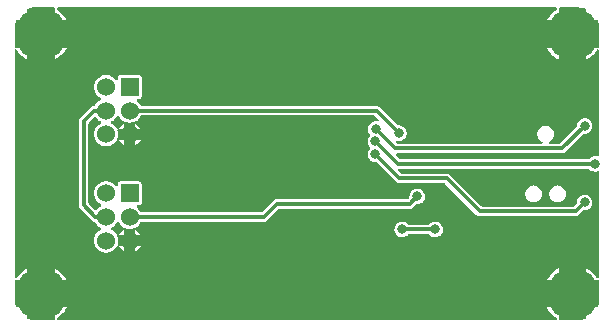
<source format=gbl>
G04 Layer: BottomLayer*
G04 EasyEDA v6.4.25, 2021-10-07T01:57:40+02:00*
G04 74d54719dcbb48859515a23e3f46d2e4,21b141c4020943fdbba11dee5124b23b,10*
G04 Gerber Generator version 0.2*
G04 Scale: 100 percent, Rotated: No, Reflected: No *
G04 Dimensions in millimeters *
G04 leading zeros omitted , absolute positions ,4 integer and 5 decimal *
%FSLAX45Y45*%
%MOMM*%

%ADD15C,0.3000*%
%ADD16C,0.8000*%
%ADD29R,1.5240X1.5240*%
%ADD30C,1.5240*%
%ADD31C,4.4000*%

%LPD*%
G36*
X200863Y-2674112D02*
G01*
X182422Y-2673146D01*
X165557Y-2670606D01*
X148996Y-2666390D01*
X140411Y-2663291D01*
X136855Y-2661158D01*
X134467Y-2657805D01*
X133654Y-2653741D01*
X133654Y-2566365D01*
X46228Y-2566365D01*
X42214Y-2565501D01*
X38811Y-2563114D01*
X36677Y-2559608D01*
X33324Y-2550058D01*
X29209Y-2533446D01*
X26771Y-2516581D01*
X25908Y-2499156D01*
X25908Y-2343810D01*
X26670Y-2339898D01*
X28905Y-2336647D01*
X32156Y-2334412D01*
X36068Y-2333650D01*
X133654Y-2333650D01*
X133654Y-2233625D01*
X120802Y-2240788D01*
X102819Y-2252980D01*
X86004Y-2266797D01*
X70459Y-2281986D01*
X56286Y-2298496D01*
X44348Y-2315311D01*
X41198Y-2318156D01*
X37185Y-2319477D01*
X32969Y-2319070D01*
X29311Y-2316988D01*
X26771Y-2313533D01*
X25908Y-2309418D01*
X25908Y-390601D01*
X26771Y-386435D01*
X29311Y-383032D01*
X32969Y-380949D01*
X37185Y-380492D01*
X41198Y-381863D01*
X44348Y-384708D01*
X56286Y-401472D01*
X70459Y-418033D01*
X86004Y-433222D01*
X102819Y-446989D01*
X120802Y-459232D01*
X133654Y-466394D01*
X133654Y-366369D01*
X36068Y-366369D01*
X32156Y-365556D01*
X28905Y-363372D01*
X26670Y-360070D01*
X25908Y-356209D01*
X25908Y-200863D01*
X26873Y-182422D01*
X29413Y-165557D01*
X33578Y-148996D01*
X36677Y-140411D01*
X38811Y-136855D01*
X42214Y-134467D01*
X46228Y-133654D01*
X133654Y-133654D01*
X133654Y-46228D01*
X134467Y-42214D01*
X136855Y-38811D01*
X140411Y-36677D01*
X149961Y-33324D01*
X166522Y-29209D01*
X183438Y-26771D01*
X200863Y-25908D01*
X356209Y-25908D01*
X360070Y-26670D01*
X363372Y-28905D01*
X365556Y-32156D01*
X366369Y-36068D01*
X366369Y-133654D01*
X466343Y-133654D01*
X462026Y-125476D01*
X450189Y-107238D01*
X436829Y-90119D01*
X421944Y-74218D01*
X405739Y-59690D01*
X388315Y-46685D01*
X385114Y-44704D01*
X381965Y-41706D01*
X380390Y-37642D01*
X380695Y-33274D01*
X382727Y-29464D01*
X386181Y-26822D01*
X390448Y-25908D01*
X4609642Y-25908D01*
X4613859Y-26822D01*
X4617262Y-29362D01*
X4619396Y-33070D01*
X4619752Y-37338D01*
X4618329Y-41351D01*
X4615383Y-44450D01*
X4602835Y-52984D01*
X4586020Y-66802D01*
X4570476Y-81991D01*
X4556302Y-98501D01*
X4543653Y-116230D01*
X4533442Y-133654D01*
X4633671Y-133654D01*
X4633671Y-36068D01*
X4634433Y-32156D01*
X4636617Y-28905D01*
X4639919Y-26670D01*
X4643831Y-25908D01*
X4799126Y-25908D01*
X4817567Y-26873D01*
X4834432Y-29413D01*
X4850993Y-33578D01*
X4859629Y-36677D01*
X4863134Y-38811D01*
X4865522Y-42214D01*
X4866335Y-46228D01*
X4866335Y-133654D01*
X4953762Y-133654D01*
X4957775Y-134467D01*
X4961178Y-136855D01*
X4963312Y-140411D01*
X4966665Y-149961D01*
X4970780Y-166522D01*
X4973269Y-183438D01*
X4974082Y-200761D01*
X4974082Y-356209D01*
X4973320Y-360070D01*
X4971084Y-363372D01*
X4967833Y-365556D01*
X4963922Y-366369D01*
X4866335Y-366369D01*
X4866335Y-466445D01*
X4869789Y-464718D01*
X4888280Y-453339D01*
X4905756Y-440283D01*
X4921961Y-425805D01*
X4936794Y-409905D01*
X4950206Y-392785D01*
X4955387Y-384759D01*
X4958435Y-381711D01*
X4962499Y-380238D01*
X4966817Y-380542D01*
X4970576Y-382625D01*
X4973167Y-386080D01*
X4974082Y-390296D01*
X4974082Y-1277975D01*
X4973320Y-1281836D01*
X4971186Y-1285087D01*
X4967986Y-1287272D01*
X4964176Y-1288135D01*
X4960315Y-1287475D01*
X4958334Y-1286713D01*
X4947920Y-1284630D01*
X4937353Y-1284173D01*
X4926838Y-1285443D01*
X4916627Y-1288389D01*
X4907076Y-1292961D01*
X4898339Y-1298956D01*
X4890719Y-1306271D01*
X4887518Y-1308354D01*
X4883708Y-1309116D01*
X3291179Y-1309116D01*
X3287268Y-1308354D01*
X3283965Y-1306118D01*
X3256127Y-1278229D01*
X3253892Y-1274978D01*
X3253130Y-1271066D01*
X3253892Y-1267155D01*
X3256127Y-1263904D01*
X3259378Y-1261668D01*
X3263290Y-1260906D01*
X4659579Y-1260906D01*
X4668062Y-1260094D01*
X4675733Y-1257757D01*
X4682794Y-1253998D01*
X4689398Y-1248562D01*
X4840528Y-1097432D01*
X4843678Y-1095298D01*
X4847386Y-1094486D01*
X4859375Y-1094079D01*
X4869738Y-1091996D01*
X4879644Y-1088237D01*
X4888839Y-1082903D01*
X4897018Y-1076198D01*
X4904079Y-1068273D01*
X4909718Y-1059332D01*
X4913884Y-1049578D01*
X4916424Y-1039266D01*
X4917287Y-1028700D01*
X4916424Y-1018133D01*
X4913884Y-1007821D01*
X4909718Y-998067D01*
X4904079Y-989126D01*
X4897018Y-981202D01*
X4888839Y-974496D01*
X4879644Y-969162D01*
X4869738Y-965403D01*
X4859324Y-963320D01*
X4848758Y-962863D01*
X4838242Y-964133D01*
X4828032Y-967130D01*
X4818481Y-971651D01*
X4809744Y-977696D01*
X4802073Y-985012D01*
X4795723Y-993495D01*
X4790795Y-1002893D01*
X4787442Y-1012952D01*
X4785715Y-1023416D01*
X4785715Y-1032306D01*
X4784953Y-1036167D01*
X4782769Y-1039469D01*
X4646117Y-1176121D01*
X4642815Y-1178306D01*
X4638954Y-1179068D01*
X4556353Y-1179068D01*
X4552442Y-1178306D01*
X4549140Y-1176121D01*
X4546955Y-1172819D01*
X4546193Y-1168908D01*
X4546955Y-1165047D01*
X4549140Y-1161745D01*
X4562856Y-1153363D01*
X4571339Y-1146098D01*
X4578553Y-1137666D01*
X4584344Y-1128166D01*
X4588611Y-1117904D01*
X4591202Y-1107084D01*
X4592066Y-1096010D01*
X4591202Y-1084935D01*
X4588611Y-1074115D01*
X4584344Y-1063802D01*
X4578553Y-1054354D01*
X4571339Y-1045870D01*
X4562856Y-1038656D01*
X4553356Y-1032865D01*
X4543094Y-1028598D01*
X4532274Y-1026007D01*
X4521200Y-1025093D01*
X4510125Y-1026007D01*
X4499305Y-1028598D01*
X4489043Y-1032865D01*
X4479544Y-1038656D01*
X4471060Y-1045870D01*
X4463846Y-1054354D01*
X4458055Y-1063802D01*
X4453788Y-1074115D01*
X4451197Y-1084935D01*
X4450334Y-1096010D01*
X4451197Y-1107084D01*
X4453788Y-1117904D01*
X4458055Y-1128166D01*
X4463846Y-1137666D01*
X4471060Y-1146098D01*
X4479544Y-1153363D01*
X4493260Y-1161745D01*
X4495444Y-1165047D01*
X4496206Y-1168908D01*
X4495444Y-1172819D01*
X4493260Y-1176121D01*
X4489958Y-1178306D01*
X4486046Y-1179068D01*
X3268319Y-1179068D01*
X3264458Y-1178306D01*
X3261156Y-1176121D01*
X3256381Y-1171346D01*
X3253994Y-1167587D01*
X3253435Y-1163218D01*
X3254806Y-1159002D01*
X3257854Y-1155750D01*
X3261969Y-1154125D01*
X3277362Y-1155801D01*
X3287928Y-1155395D01*
X3298342Y-1153261D01*
X3308248Y-1149502D01*
X3317443Y-1144219D01*
X3325622Y-1137513D01*
X3332683Y-1129588D01*
X3338322Y-1120597D01*
X3342487Y-1110843D01*
X3345027Y-1100582D01*
X3345891Y-1090015D01*
X3345027Y-1079398D01*
X3342487Y-1069136D01*
X3338322Y-1059383D01*
X3332683Y-1050391D01*
X3325622Y-1042466D01*
X3317443Y-1035761D01*
X3308248Y-1030478D01*
X3298342Y-1026718D01*
X3287979Y-1024585D01*
X3275990Y-1024229D01*
X3272282Y-1023366D01*
X3269132Y-1021232D01*
X3119272Y-871423D01*
X3112719Y-866038D01*
X3105658Y-862228D01*
X3097987Y-859942D01*
X3089503Y-859078D01*
X1099667Y-859078D01*
X1095908Y-858367D01*
X1092657Y-856335D01*
X1090422Y-853186D01*
X1089456Y-851052D01*
X1082090Y-839571D01*
X1073302Y-829157D01*
X1063091Y-819912D01*
X1060704Y-816660D01*
X1059789Y-812749D01*
X1060450Y-808736D01*
X1062634Y-805332D01*
X1065936Y-803046D01*
X1069898Y-802233D01*
X1075537Y-802233D01*
X1081887Y-801522D01*
X1087323Y-799592D01*
X1092250Y-796544D01*
X1096314Y-792429D01*
X1099413Y-787552D01*
X1101344Y-782066D01*
X1102055Y-775766D01*
X1102055Y-624484D01*
X1101344Y-618185D01*
X1099413Y-612698D01*
X1096314Y-607822D01*
X1092250Y-603707D01*
X1087323Y-600659D01*
X1081887Y-598728D01*
X1075537Y-598017D01*
X924306Y-598017D01*
X917956Y-598728D01*
X912520Y-600659D01*
X907592Y-603707D01*
X903528Y-607822D01*
X900430Y-612698D01*
X898550Y-618185D01*
X897839Y-624484D01*
X897839Y-630377D01*
X896975Y-634390D01*
X894638Y-637794D01*
X891133Y-639927D01*
X887069Y-640537D01*
X883107Y-639470D01*
X879906Y-636930D01*
X873302Y-629158D01*
X863193Y-620014D01*
X851966Y-612292D01*
X839774Y-606145D01*
X826871Y-601675D01*
X813511Y-598932D01*
X799947Y-598017D01*
X786333Y-598932D01*
X772972Y-601675D01*
X760069Y-606145D01*
X747877Y-612292D01*
X736650Y-620014D01*
X726541Y-629158D01*
X717753Y-639572D01*
X710387Y-651052D01*
X704646Y-663448D01*
X700633Y-676452D01*
X698347Y-689914D01*
X697890Y-703529D01*
X699262Y-717092D01*
X702411Y-730351D01*
X707339Y-743102D01*
X713892Y-755040D01*
X721969Y-766013D01*
X731469Y-775817D01*
X742137Y-784301D01*
X754380Y-791514D01*
X757529Y-794461D01*
X759155Y-798423D01*
X759053Y-802741D01*
X757123Y-806602D01*
X753770Y-809345D01*
X747877Y-812292D01*
X736650Y-820013D01*
X726541Y-829157D01*
X717753Y-839571D01*
X710387Y-851052D01*
X709422Y-853135D01*
X707440Y-856030D01*
X704596Y-858012D01*
X701243Y-858977D01*
X692302Y-859840D01*
X684631Y-862177D01*
X677570Y-865936D01*
X671017Y-871372D01*
X581050Y-961339D01*
X575614Y-967892D01*
X571855Y-974953D01*
X569518Y-982624D01*
X568706Y-991108D01*
X568706Y-1701292D01*
X569518Y-1709775D01*
X571855Y-1717446D01*
X575614Y-1724507D01*
X581050Y-1731060D01*
X678637Y-1828647D01*
X685190Y-1834083D01*
X692251Y-1837842D01*
X699922Y-1840179D01*
X703935Y-1841093D01*
X706678Y-1842922D01*
X708660Y-1845462D01*
X713892Y-1854962D01*
X721969Y-1865934D01*
X731469Y-1875739D01*
X742137Y-1884222D01*
X754380Y-1891436D01*
X757529Y-1894382D01*
X759155Y-1898345D01*
X759053Y-1902663D01*
X757123Y-1906524D01*
X753770Y-1909267D01*
X747877Y-1912213D01*
X736650Y-1919935D01*
X726541Y-1929079D01*
X717753Y-1939493D01*
X710387Y-1950974D01*
X704646Y-1963369D01*
X700633Y-1976374D01*
X698347Y-1989836D01*
X697890Y-2003450D01*
X699262Y-2017014D01*
X702411Y-2030272D01*
X707339Y-2043023D01*
X713892Y-2054961D01*
X721969Y-2065934D01*
X731469Y-2075738D01*
X742137Y-2084222D01*
X753872Y-2091182D01*
X766419Y-2096465D01*
X779576Y-2100072D01*
X793089Y-2101900D01*
X806754Y-2101900D01*
X820267Y-2100072D01*
X833424Y-2096465D01*
X845972Y-2091182D01*
X857707Y-2084222D01*
X868426Y-2075738D01*
X877874Y-2065934D01*
X885952Y-2054961D01*
X891032Y-2045766D01*
X893826Y-2042515D01*
X897788Y-2040737D01*
X899058Y-2040737D01*
X897432Y-2038350D01*
X896619Y-2034539D01*
X897432Y-2030272D01*
X900582Y-2017014D01*
X901953Y-2003450D01*
X901496Y-1989836D01*
X899210Y-1976374D01*
X896874Y-1968754D01*
X896416Y-1964994D01*
X897432Y-1961337D01*
X898855Y-1959406D01*
X896162Y-1958848D01*
X892962Y-1956816D01*
X890727Y-1953717D01*
X889457Y-1950974D01*
X882091Y-1939493D01*
X873302Y-1929079D01*
X863193Y-1919935D01*
X851966Y-1912213D01*
X846074Y-1909267D01*
X842721Y-1906524D01*
X840841Y-1902663D01*
X840689Y-1898345D01*
X842314Y-1894382D01*
X845515Y-1891436D01*
X857707Y-1884222D01*
X868426Y-1875739D01*
X877874Y-1865934D01*
X885952Y-1854962D01*
X891032Y-1845767D01*
X893826Y-1842516D01*
X897788Y-1840738D01*
X902106Y-1840738D01*
X906018Y-1842516D01*
X908812Y-1845767D01*
X913892Y-1854962D01*
X921969Y-1865934D01*
X931468Y-1875739D01*
X942136Y-1884222D01*
X954379Y-1891436D01*
X957529Y-1894382D01*
X959154Y-1898345D01*
X959154Y-1899208D01*
X961034Y-1897735D01*
X964641Y-1896668D01*
X968298Y-1897024D01*
X979576Y-1900072D01*
X993089Y-1901901D01*
X1006754Y-1901901D01*
X1020267Y-1900072D01*
X1031544Y-1897024D01*
X1035253Y-1896668D01*
X1038809Y-1897735D01*
X1040688Y-1899208D01*
X1040688Y-1898345D01*
X1042314Y-1894382D01*
X1045514Y-1891436D01*
X1057706Y-1884222D01*
X1068425Y-1875739D01*
X1077874Y-1865934D01*
X1085951Y-1854962D01*
X1090726Y-1846275D01*
X1093012Y-1843481D01*
X1096111Y-1841652D01*
X1099667Y-1840992D01*
X2136394Y-1840992D01*
X2144877Y-1840179D01*
X2152548Y-1837842D01*
X2159609Y-1834083D01*
X2166162Y-1828647D01*
X2261870Y-1732991D01*
X2265172Y-1730806D01*
X2269032Y-1729993D01*
X3370834Y-1729993D01*
X3379317Y-1729181D01*
X3386988Y-1726844D01*
X3394049Y-1723085D01*
X3400602Y-1717649D01*
X3423564Y-1694738D01*
X3426663Y-1692605D01*
X3430371Y-1691792D01*
X3442411Y-1691386D01*
X3452723Y-1689303D01*
X3462629Y-1685543D01*
X3471824Y-1680210D01*
X3480054Y-1673504D01*
X3487064Y-1665579D01*
X3492754Y-1656638D01*
X3496919Y-1646885D01*
X3499408Y-1636572D01*
X3500272Y-1626006D01*
X3499408Y-1615440D01*
X3496919Y-1605127D01*
X3492754Y-1595374D01*
X3487064Y-1586433D01*
X3480054Y-1578508D01*
X3471824Y-1571802D01*
X3462629Y-1566468D01*
X3452723Y-1562709D01*
X3442360Y-1560626D01*
X3431743Y-1560169D01*
X3421227Y-1561439D01*
X3411067Y-1564436D01*
X3401466Y-1568958D01*
X3392728Y-1575003D01*
X3385108Y-1582318D01*
X3378708Y-1590802D01*
X3373831Y-1600200D01*
X3370427Y-1610258D01*
X3368751Y-1620723D01*
X3368751Y-1629613D01*
X3367989Y-1633524D01*
X3365754Y-1636826D01*
X3357372Y-1645208D01*
X3354070Y-1647443D01*
X3350209Y-1648206D01*
X2248408Y-1648206D01*
X2239924Y-1649018D01*
X2232253Y-1651355D01*
X2225192Y-1655114D01*
X2218639Y-1660550D01*
X2122932Y-1756206D01*
X2119630Y-1758442D01*
X2115769Y-1759204D01*
X1099718Y-1759204D01*
X1095959Y-1758492D01*
X1092758Y-1756410D01*
X1090523Y-1753311D01*
X1089456Y-1750974D01*
X1082090Y-1739493D01*
X1073302Y-1729079D01*
X1063091Y-1719834D01*
X1060704Y-1716582D01*
X1059789Y-1712671D01*
X1060450Y-1708657D01*
X1062634Y-1705254D01*
X1065936Y-1702968D01*
X1069898Y-1702155D01*
X1075537Y-1702155D01*
X1081887Y-1701444D01*
X1087323Y-1699514D01*
X1092250Y-1696466D01*
X1096314Y-1692351D01*
X1099413Y-1687474D01*
X1101344Y-1681988D01*
X1102055Y-1675688D01*
X1102055Y-1524406D01*
X1101344Y-1518107D01*
X1099413Y-1512620D01*
X1096314Y-1507744D01*
X1092250Y-1503629D01*
X1087323Y-1500581D01*
X1081887Y-1498650D01*
X1075537Y-1497939D01*
X924306Y-1497939D01*
X917956Y-1498650D01*
X912520Y-1500581D01*
X907592Y-1503629D01*
X903528Y-1507744D01*
X900430Y-1512620D01*
X898550Y-1518107D01*
X897839Y-1524406D01*
X897839Y-1530299D01*
X896975Y-1534312D01*
X894638Y-1537716D01*
X891133Y-1539849D01*
X887069Y-1540459D01*
X883107Y-1539392D01*
X879906Y-1536852D01*
X873302Y-1529080D01*
X863193Y-1519936D01*
X851966Y-1512214D01*
X839774Y-1506067D01*
X826871Y-1501597D01*
X813511Y-1498854D01*
X799947Y-1497939D01*
X786333Y-1498854D01*
X772972Y-1501597D01*
X760069Y-1506067D01*
X747877Y-1512214D01*
X736650Y-1519936D01*
X726541Y-1529080D01*
X717753Y-1539494D01*
X710387Y-1550974D01*
X704646Y-1563370D01*
X700633Y-1576374D01*
X698347Y-1589836D01*
X697890Y-1603451D01*
X699262Y-1617014D01*
X702411Y-1630273D01*
X707339Y-1643024D01*
X713892Y-1654962D01*
X721969Y-1665935D01*
X731469Y-1675739D01*
X742137Y-1684223D01*
X754380Y-1691436D01*
X757529Y-1694383D01*
X759155Y-1698345D01*
X759053Y-1702663D01*
X757123Y-1706524D01*
X753770Y-1709267D01*
X747877Y-1712214D01*
X736650Y-1719935D01*
X726541Y-1729079D01*
X719124Y-1737868D01*
X715822Y-1740458D01*
X711758Y-1741474D01*
X707644Y-1740763D01*
X704138Y-1738528D01*
X653491Y-1687830D01*
X651306Y-1684528D01*
X650494Y-1680667D01*
X650494Y-1011732D01*
X651306Y-1007871D01*
X653491Y-1004569D01*
X700887Y-957122D01*
X704545Y-954786D01*
X708863Y-954176D01*
X713028Y-955446D01*
X716280Y-958291D01*
X721969Y-966012D01*
X731469Y-975817D01*
X742137Y-984300D01*
X754380Y-991514D01*
X757529Y-994460D01*
X759155Y-998423D01*
X759053Y-1002741D01*
X757123Y-1006602D01*
X753770Y-1009345D01*
X747877Y-1012291D01*
X736650Y-1020013D01*
X726541Y-1029157D01*
X717753Y-1039571D01*
X710387Y-1051052D01*
X704646Y-1063447D01*
X700633Y-1076452D01*
X698347Y-1089914D01*
X697890Y-1103528D01*
X699262Y-1117092D01*
X702411Y-1130350D01*
X707339Y-1143101D01*
X713892Y-1155039D01*
X721969Y-1166012D01*
X731469Y-1175816D01*
X742137Y-1184300D01*
X753872Y-1191260D01*
X766419Y-1196543D01*
X779576Y-1200150D01*
X793089Y-1201978D01*
X806754Y-1201978D01*
X820267Y-1200150D01*
X833424Y-1196543D01*
X845972Y-1191260D01*
X857707Y-1184300D01*
X868426Y-1175816D01*
X877874Y-1166012D01*
X885952Y-1155039D01*
X891032Y-1145844D01*
X893826Y-1142593D01*
X897788Y-1140815D01*
X899058Y-1140815D01*
X897432Y-1138428D01*
X896619Y-1134618D01*
X897432Y-1130350D01*
X900582Y-1117092D01*
X901953Y-1103528D01*
X901496Y-1089914D01*
X899210Y-1076452D01*
X896874Y-1068832D01*
X896416Y-1065072D01*
X897432Y-1061415D01*
X898855Y-1059484D01*
X896162Y-1058926D01*
X892962Y-1056894D01*
X890727Y-1053795D01*
X889457Y-1051052D01*
X882091Y-1039571D01*
X873302Y-1029157D01*
X863193Y-1020013D01*
X851966Y-1012291D01*
X846074Y-1009345D01*
X842721Y-1006602D01*
X840841Y-1002741D01*
X840689Y-998423D01*
X842314Y-994460D01*
X845515Y-991514D01*
X857707Y-984300D01*
X868426Y-975817D01*
X877874Y-966012D01*
X885952Y-955040D01*
X891032Y-945845D01*
X893826Y-942594D01*
X897788Y-940816D01*
X902106Y-940816D01*
X906018Y-942594D01*
X908812Y-945845D01*
X913892Y-955040D01*
X921969Y-966012D01*
X931468Y-975817D01*
X942136Y-984300D01*
X954379Y-991514D01*
X957529Y-994460D01*
X959154Y-998423D01*
X959154Y-999286D01*
X961034Y-997813D01*
X964641Y-996746D01*
X968298Y-997102D01*
X979576Y-1000150D01*
X993089Y-1001979D01*
X1006754Y-1001979D01*
X1020267Y-1000150D01*
X1031544Y-997102D01*
X1035253Y-996746D01*
X1038809Y-997813D01*
X1040688Y-999286D01*
X1040688Y-998423D01*
X1042314Y-994460D01*
X1045514Y-991514D01*
X1057706Y-984300D01*
X1068425Y-975817D01*
X1077874Y-966012D01*
X1085951Y-955040D01*
X1090828Y-946200D01*
X1093114Y-943406D01*
X1096213Y-941527D01*
X1099718Y-940917D01*
X3068878Y-940917D01*
X3072739Y-941679D01*
X3076041Y-943864D01*
X3105099Y-972921D01*
X3107436Y-976528D01*
X3108045Y-980795D01*
X3106826Y-984910D01*
X3104083Y-988212D01*
X3100171Y-989990D01*
X3095853Y-990041D01*
X3089198Y-988720D01*
X3078632Y-988263D01*
X3068116Y-989533D01*
X3057906Y-992530D01*
X3048355Y-997051D01*
X3039618Y-1003096D01*
X3031947Y-1010412D01*
X3025597Y-1018895D01*
X3020669Y-1028293D01*
X3017316Y-1038352D01*
X3015589Y-1048816D01*
X3015589Y-1059383D01*
X3017316Y-1069848D01*
X3020669Y-1079906D01*
X3025597Y-1089304D01*
X3031947Y-1097788D01*
X3033369Y-1099108D01*
X3035655Y-1102461D01*
X3036468Y-1106424D01*
X3035655Y-1110437D01*
X3033369Y-1113790D01*
X3030677Y-1116330D01*
X3024327Y-1124813D01*
X3019399Y-1134160D01*
X3016046Y-1144219D01*
X3014319Y-1154684D01*
X3014319Y-1165301D01*
X3016046Y-1175766D01*
X3019399Y-1185824D01*
X3024327Y-1195222D01*
X3030677Y-1203706D01*
X3034842Y-1207668D01*
X3037179Y-1211021D01*
X3037992Y-1214983D01*
X3037179Y-1218996D01*
X3034842Y-1222349D01*
X3030677Y-1226312D01*
X3024327Y-1234795D01*
X3019399Y-1244193D01*
X3016046Y-1254252D01*
X3014319Y-1264716D01*
X3014319Y-1275283D01*
X3016046Y-1285748D01*
X3019399Y-1295806D01*
X3024327Y-1305204D01*
X3030677Y-1313688D01*
X3038348Y-1321003D01*
X3047085Y-1327048D01*
X3056636Y-1331569D01*
X3066846Y-1334566D01*
X3077362Y-1335836D01*
X3083102Y-1335582D01*
X3087217Y-1336294D01*
X3090722Y-1338580D01*
X3253943Y-1501749D01*
X3260496Y-1507185D01*
X3267557Y-1510944D01*
X3275228Y-1513281D01*
X3283712Y-1514094D01*
X3661867Y-1514094D01*
X3665728Y-1514906D01*
X3669029Y-1517091D01*
X3933139Y-1781149D01*
X3939692Y-1786585D01*
X3946753Y-1790344D01*
X3954424Y-1792681D01*
X3962908Y-1793493D01*
X4774692Y-1793493D01*
X4783175Y-1792681D01*
X4790846Y-1790344D01*
X4797907Y-1786585D01*
X4804460Y-1781149D01*
X4840528Y-1745132D01*
X4843678Y-1742998D01*
X4847386Y-1742186D01*
X4859375Y-1741779D01*
X4869738Y-1739696D01*
X4879644Y-1735937D01*
X4888839Y-1730603D01*
X4897018Y-1723898D01*
X4904079Y-1715973D01*
X4909718Y-1707032D01*
X4913884Y-1697278D01*
X4916424Y-1686966D01*
X4917287Y-1676400D01*
X4916424Y-1665833D01*
X4913884Y-1655521D01*
X4909718Y-1645767D01*
X4904079Y-1636826D01*
X4897018Y-1628901D01*
X4888839Y-1622196D01*
X4879644Y-1616862D01*
X4869738Y-1613103D01*
X4859324Y-1611020D01*
X4848758Y-1610563D01*
X4838242Y-1611833D01*
X4828032Y-1614830D01*
X4818481Y-1619351D01*
X4809744Y-1625396D01*
X4802073Y-1632712D01*
X4795723Y-1641195D01*
X4790795Y-1650593D01*
X4787442Y-1660652D01*
X4785715Y-1671116D01*
X4785715Y-1680006D01*
X4784953Y-1683867D01*
X4782769Y-1687169D01*
X4761230Y-1708708D01*
X4757928Y-1710943D01*
X4754067Y-1711706D01*
X3983532Y-1711706D01*
X3979672Y-1710943D01*
X3976370Y-1708708D01*
X3712260Y-1444650D01*
X3705707Y-1439214D01*
X3698646Y-1435455D01*
X3690975Y-1433118D01*
X3682492Y-1432306D01*
X3304336Y-1432306D01*
X3300476Y-1431544D01*
X3297174Y-1429308D01*
X3276092Y-1408277D01*
X3273907Y-1404975D01*
X3273145Y-1401064D01*
X3273907Y-1397203D01*
X3276092Y-1393901D01*
X3279394Y-1391716D01*
X3283305Y-1390904D01*
X4883708Y-1390904D01*
X4887518Y-1391666D01*
X4890770Y-1393748D01*
X4898339Y-1401013D01*
X4907076Y-1407058D01*
X4916627Y-1411579D01*
X4926838Y-1414526D01*
X4937353Y-1415846D01*
X4947920Y-1415389D01*
X4958334Y-1413256D01*
X4960315Y-1412544D01*
X4964176Y-1411884D01*
X4967986Y-1412697D01*
X4971186Y-1414932D01*
X4973320Y-1418183D01*
X4974082Y-1422044D01*
X4974082Y-2309723D01*
X4973167Y-2313940D01*
X4970576Y-2317394D01*
X4966817Y-2319426D01*
X4962499Y-2319782D01*
X4958435Y-2318258D01*
X4955387Y-2315260D01*
X4950206Y-2307234D01*
X4936794Y-2290114D01*
X4921961Y-2274214D01*
X4905756Y-2259685D01*
X4888280Y-2246680D01*
X4869789Y-2235250D01*
X4866335Y-2233523D01*
X4866335Y-2333650D01*
X4963922Y-2333650D01*
X4967833Y-2334412D01*
X4971084Y-2336647D01*
X4973320Y-2339898D01*
X4974082Y-2343810D01*
X4974082Y-2499258D01*
X4973167Y-2517546D01*
X4970576Y-2534462D01*
X4966411Y-2550972D01*
X4963312Y-2559608D01*
X4961178Y-2563114D01*
X4957775Y-2565501D01*
X4953762Y-2566365D01*
X4866335Y-2566365D01*
X4866335Y-2653741D01*
X4865522Y-2657805D01*
X4863134Y-2661158D01*
X4859629Y-2663291D01*
X4850028Y-2666695D01*
X4833467Y-2670810D01*
X4816551Y-2673248D01*
X4799126Y-2674112D01*
X4643831Y-2674112D01*
X4639919Y-2673299D01*
X4636617Y-2671114D01*
X4634433Y-2667812D01*
X4633671Y-2663952D01*
X4633671Y-2566365D01*
X4533442Y-2566365D01*
X4543653Y-2583789D01*
X4556302Y-2601468D01*
X4570476Y-2618028D01*
X4586020Y-2633218D01*
X4602835Y-2646984D01*
X4615383Y-2655519D01*
X4618329Y-2658618D01*
X4619752Y-2662682D01*
X4619396Y-2666898D01*
X4617262Y-2670657D01*
X4613859Y-2673197D01*
X4609642Y-2674112D01*
X390448Y-2674112D01*
X386181Y-2673146D01*
X382727Y-2670556D01*
X380695Y-2666695D01*
X380390Y-2662377D01*
X381965Y-2658313D01*
X385114Y-2655265D01*
X388315Y-2653334D01*
X405739Y-2640279D01*
X421944Y-2625801D01*
X436829Y-2609900D01*
X450189Y-2592781D01*
X462026Y-2574493D01*
X466343Y-2566365D01*
X366369Y-2566365D01*
X366369Y-2663952D01*
X365556Y-2667812D01*
X363372Y-2671114D01*
X360070Y-2673299D01*
X356209Y-2674112D01*
G37*

%LPC*%
G36*
X366369Y-2333650D02*
G01*
X466343Y-2333650D01*
X462026Y-2325471D01*
X450189Y-2307234D01*
X436829Y-2290114D01*
X421944Y-2274214D01*
X405739Y-2259685D01*
X388315Y-2246680D01*
X369773Y-2235250D01*
X366369Y-2233523D01*
G37*
G36*
X4533442Y-2333650D02*
G01*
X4633671Y-2333650D01*
X4633671Y-2233625D01*
X4620818Y-2240788D01*
X4602835Y-2252980D01*
X4586020Y-2266797D01*
X4570476Y-2281986D01*
X4556302Y-2298496D01*
X4543653Y-2316226D01*
G37*
G36*
X1044397Y-2091842D02*
G01*
X1045971Y-2091182D01*
X1057706Y-2084222D01*
X1068425Y-2075738D01*
X1077874Y-2065934D01*
X1085951Y-2054961D01*
X1091692Y-2044496D01*
X1044397Y-2044496D01*
G37*
G36*
X955497Y-2091842D02*
G01*
X955497Y-2044496D01*
X907745Y-2044496D01*
X908812Y-2045766D01*
X913892Y-2054961D01*
X921969Y-2065934D01*
X931468Y-2075738D01*
X942136Y-2084222D01*
X953871Y-2091182D01*
G37*
G36*
X3304743Y-1971243D02*
G01*
X3315360Y-1970786D01*
X3325723Y-1968703D01*
X3335629Y-1964943D01*
X3344824Y-1959610D01*
X3353054Y-1952904D01*
X3355848Y-1949754D01*
X3359302Y-1947214D01*
X3363468Y-1946300D01*
X3530498Y-1946300D01*
X3534308Y-1947062D01*
X3537559Y-1949145D01*
X3545128Y-1956409D01*
X3553866Y-1962454D01*
X3563467Y-1966975D01*
X3573627Y-1969973D01*
X3584143Y-1971243D01*
X3594760Y-1970786D01*
X3605123Y-1968703D01*
X3615029Y-1964943D01*
X3624224Y-1959610D01*
X3632454Y-1952904D01*
X3639464Y-1944979D01*
X3645154Y-1936038D01*
X3649319Y-1926285D01*
X3651808Y-1915972D01*
X3652672Y-1905406D01*
X3651808Y-1894839D01*
X3649319Y-1884527D01*
X3645154Y-1874774D01*
X3639464Y-1865833D01*
X3632454Y-1857908D01*
X3624224Y-1851202D01*
X3615029Y-1845868D01*
X3605123Y-1842109D01*
X3594760Y-1840026D01*
X3584143Y-1839569D01*
X3573627Y-1840839D01*
X3563467Y-1843836D01*
X3553866Y-1848357D01*
X3545128Y-1854403D01*
X3537559Y-1861667D01*
X3534308Y-1863750D01*
X3530549Y-1864512D01*
X3363468Y-1864512D01*
X3359302Y-1863598D01*
X3355848Y-1861057D01*
X3353054Y-1857908D01*
X3344824Y-1851202D01*
X3335629Y-1845868D01*
X3325723Y-1842109D01*
X3315360Y-1840026D01*
X3304743Y-1839569D01*
X3294227Y-1840839D01*
X3284067Y-1843836D01*
X3274466Y-1848357D01*
X3265728Y-1854403D01*
X3258108Y-1861718D01*
X3251708Y-1870202D01*
X3246831Y-1879600D01*
X3243427Y-1889658D01*
X3241751Y-1900123D01*
X3241751Y-1910689D01*
X3243427Y-1921154D01*
X3246831Y-1931212D01*
X3251708Y-1940610D01*
X3258108Y-1949094D01*
X3265728Y-1956409D01*
X3274466Y-1962454D01*
X3284067Y-1966975D01*
X3294227Y-1969973D01*
G37*
G36*
X1044397Y-1955596D02*
G01*
X1091590Y-1955596D01*
X1089456Y-1950974D01*
X1082090Y-1939493D01*
X1073302Y-1929079D01*
X1063193Y-1919935D01*
X1051966Y-1912213D01*
X1046073Y-1909267D01*
X1044397Y-1907844D01*
G37*
G36*
X907796Y-1955596D02*
G01*
X955497Y-1955596D01*
X955497Y-1907844D01*
X953769Y-1909267D01*
X947877Y-1912213D01*
X936650Y-1919935D01*
X926541Y-1929079D01*
X917752Y-1939493D01*
X910386Y-1950974D01*
X909116Y-1953717D01*
G37*
G36*
X4622800Y-1674875D02*
G01*
X4633874Y-1674012D01*
X4644694Y-1671421D01*
X4654956Y-1667154D01*
X4664456Y-1661363D01*
X4672939Y-1654098D01*
X4680153Y-1645666D01*
X4685944Y-1636166D01*
X4690211Y-1625904D01*
X4692802Y-1615084D01*
X4693666Y-1604010D01*
X4692802Y-1592935D01*
X4690211Y-1582115D01*
X4685944Y-1571802D01*
X4680153Y-1562354D01*
X4672939Y-1553870D01*
X4664456Y-1546656D01*
X4654956Y-1540865D01*
X4644694Y-1536598D01*
X4633874Y-1534007D01*
X4622800Y-1533093D01*
X4611725Y-1534007D01*
X4600905Y-1536598D01*
X4590643Y-1540865D01*
X4581144Y-1546656D01*
X4572660Y-1553870D01*
X4565446Y-1562354D01*
X4559655Y-1571802D01*
X4555388Y-1582115D01*
X4552797Y-1592935D01*
X4551934Y-1604010D01*
X4552797Y-1615084D01*
X4555388Y-1625904D01*
X4559655Y-1636166D01*
X4565446Y-1645666D01*
X4572660Y-1654098D01*
X4581144Y-1661363D01*
X4590643Y-1667154D01*
X4600905Y-1671421D01*
X4611725Y-1674012D01*
G37*
G36*
X4419600Y-1674875D02*
G01*
X4430674Y-1674012D01*
X4441494Y-1671421D01*
X4451756Y-1667154D01*
X4461256Y-1661363D01*
X4469739Y-1654098D01*
X4476953Y-1645666D01*
X4482744Y-1636166D01*
X4487011Y-1625904D01*
X4489602Y-1615084D01*
X4490466Y-1604010D01*
X4489602Y-1592935D01*
X4487011Y-1582115D01*
X4482744Y-1571802D01*
X4476953Y-1562354D01*
X4469739Y-1553870D01*
X4461256Y-1546656D01*
X4451756Y-1540865D01*
X4441494Y-1536598D01*
X4430674Y-1534007D01*
X4419600Y-1533093D01*
X4408525Y-1534007D01*
X4397705Y-1536598D01*
X4387443Y-1540865D01*
X4377944Y-1546656D01*
X4369460Y-1553870D01*
X4362246Y-1562354D01*
X4356455Y-1571802D01*
X4352188Y-1582115D01*
X4349597Y-1592935D01*
X4348734Y-1604010D01*
X4349597Y-1615084D01*
X4352188Y-1625904D01*
X4356455Y-1636166D01*
X4362246Y-1645666D01*
X4369460Y-1654098D01*
X4377944Y-1661363D01*
X4387443Y-1667154D01*
X4397705Y-1671421D01*
X4408525Y-1674012D01*
G37*
G36*
X1044397Y-1191920D02*
G01*
X1045971Y-1191260D01*
X1057706Y-1184300D01*
X1068425Y-1175816D01*
X1077874Y-1166012D01*
X1085951Y-1155039D01*
X1091692Y-1144574D01*
X1044397Y-1144574D01*
G37*
G36*
X955497Y-1191920D02*
G01*
X955497Y-1144574D01*
X907745Y-1144574D01*
X908812Y-1145844D01*
X913892Y-1155039D01*
X921969Y-1166012D01*
X931468Y-1175816D01*
X942136Y-1184300D01*
X953871Y-1191260D01*
G37*
G36*
X1044397Y-1055674D02*
G01*
X1091590Y-1055674D01*
X1089456Y-1051052D01*
X1082090Y-1039571D01*
X1073302Y-1029157D01*
X1063193Y-1020013D01*
X1051966Y-1012291D01*
X1046073Y-1009345D01*
X1044397Y-1007922D01*
G37*
G36*
X907796Y-1055674D02*
G01*
X955497Y-1055674D01*
X955497Y-1007922D01*
X953769Y-1009345D01*
X947877Y-1012291D01*
X936650Y-1020013D01*
X926541Y-1029157D01*
X917752Y-1039571D01*
X910386Y-1051052D01*
X909116Y-1053795D01*
G37*
G36*
X366369Y-466445D02*
G01*
X369773Y-464718D01*
X388315Y-453339D01*
X405739Y-440283D01*
X421944Y-425805D01*
X436829Y-409905D01*
X450189Y-392785D01*
X462026Y-374497D01*
X466343Y-366369D01*
X366369Y-366369D01*
G37*
G36*
X4633671Y-466394D02*
G01*
X4633671Y-366369D01*
X4533442Y-366369D01*
X4543653Y-383794D01*
X4556302Y-401472D01*
X4570476Y-418033D01*
X4586020Y-433222D01*
X4602835Y-446989D01*
X4620818Y-459232D01*
G37*

%LPD*%
D15*
X1000000Y-900000D02*
G01*
X3090014Y-900000D01*
X3280003Y-1089990D01*
X800100Y-1800097D02*
G01*
X707897Y-1800097D01*
X609600Y-1701800D01*
X609600Y-990600D01*
X700278Y-899921D01*
X800100Y-899921D01*
X3434334Y-1626107D02*
G01*
X3371341Y-1689100D01*
X2247900Y-1689100D01*
X2136902Y-1800097D01*
X999997Y-1800097D01*
X3307402Y-1905403D02*
G01*
X3586802Y-1905403D01*
X3081274Y-1054100D02*
G01*
X3247174Y-1220000D01*
X3460000Y-1220000D01*
X3079998Y-1159997D02*
G01*
X3270011Y-1350010D01*
X4939995Y-1350010D01*
X3079998Y-1270000D02*
G01*
X3283198Y-1473200D01*
X3683000Y-1473200D01*
X3962400Y-1752600D01*
X4775200Y-1752600D01*
X4851400Y-1676400D01*
X3460005Y-1220000D02*
G01*
X4660099Y-1220000D01*
X4851400Y-1028700D01*
D29*
G01*
X999921Y-700125D03*
D30*
G01*
X799922Y-700125D03*
G01*
X999921Y-900125D03*
G01*
X799922Y-900125D03*
G01*
X999921Y-1100124D03*
G01*
X799922Y-1100124D03*
D29*
G01*
X999921Y-1600047D03*
D30*
G01*
X799922Y-1600047D03*
G01*
X999921Y-1800047D03*
G01*
X799922Y-1800047D03*
G01*
X999921Y-2000046D03*
G01*
X799922Y-2000046D03*
D31*
G01*
X250012Y-250012D03*
G01*
X4750003Y-250012D03*
G01*
X250012Y-2450007D03*
G01*
X4750003Y-2450007D03*
D16*
G01*
X1130300Y-1130300D03*
G01*
X1130300Y-1230299D03*
G01*
X1030300Y-1230299D03*
G01*
X930300Y-1230299D03*
G01*
X1130300Y-2033600D03*
G01*
X1130300Y-2133600D03*
G01*
X1030300Y-2133600D03*
G01*
X930300Y-2133600D03*
G01*
X3936212Y-960399D03*
G01*
X3307410Y-1905406D03*
G01*
X3586810Y-1905406D03*
G01*
X3078810Y-1575206D03*
G01*
X3180410Y-1575206D03*
G01*
X3282010Y-1575206D03*
G01*
X3510000Y-1089990D03*
G01*
X3155010Y-2337206D03*
G01*
X3383610Y-2337206D03*
G01*
X3269310Y-2337206D03*
G01*
X3307410Y-686206D03*
G01*
X3409010Y-686206D03*
G01*
X4165600Y-1638300D03*
G01*
X3280003Y-1089990D03*
G01*
X3434410Y-1626006D03*
G01*
X2520010Y-1880006D03*
G01*
X2450007Y-1810004D03*
G01*
X1701800Y-1625600D03*
G01*
X1701800Y-1460500D03*
G01*
X3937000Y-850900D03*
G01*
X1498600Y-1701800D03*
G01*
X1498600Y-1911807D03*
G01*
X1599996Y-1010005D03*
G01*
X1710004Y-1010005D03*
G01*
X1599996Y-780008D03*
G01*
X1710004Y-780008D03*
G01*
X4254500Y-1638300D03*
G01*
X4165600Y-1460500D03*
G01*
X4254500Y-1460500D03*
G01*
X3081274Y-1054100D03*
G01*
X4851400Y-1028700D03*
G01*
X4851400Y-1676400D03*
G01*
X3080004Y-1159992D03*
G01*
X4939995Y-1350010D03*
G01*
X3080004Y-1270000D03*
M02*

</source>
